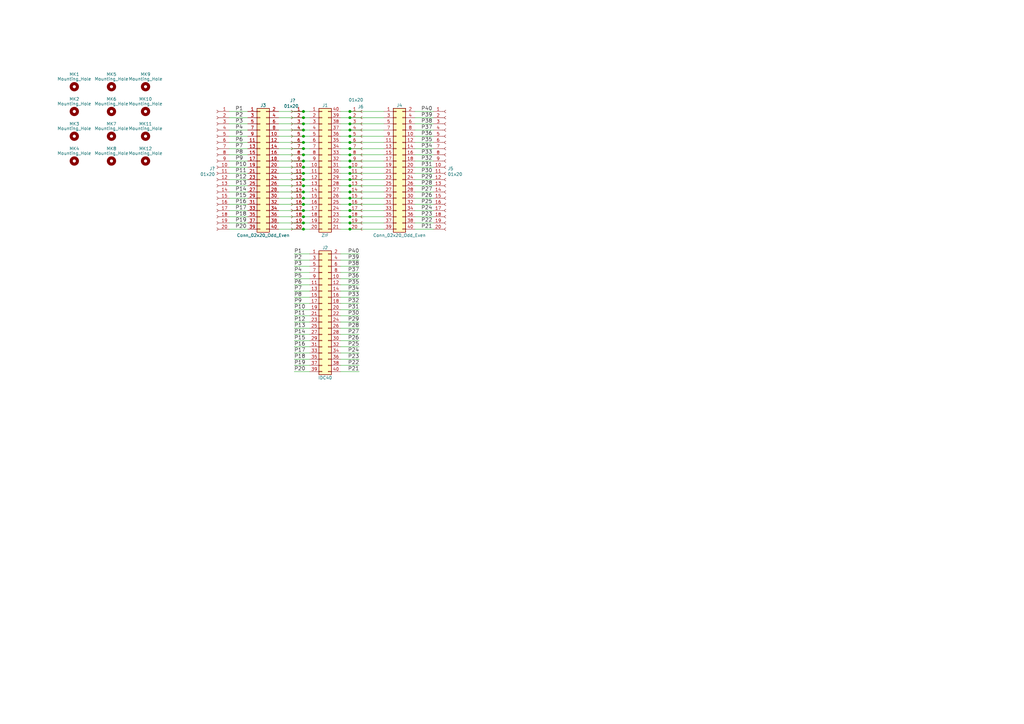
<source format=kicad_sch>
(kicad_sch (version 20201015) (generator eeschema)
  (paper "A3")
  (lib_symbols
    (symbol "Connector:Conn_01x20_Female" (pin_names (offset 1.016) hide)
      (property "Reference" "J" (at 0 25.4 0))
      (property "Value" "Conn_01x20_Female" (at 0 -27.94 0))
      (symbol "Conn_01x20_Female_1_1"
        (arc (start 0 -24.892) (end 0 -25.908) (radius (at 0 -25.4) (length 0.508) (angles 90.1 -90.1)) (stroke (width 0.1524)))
        (arc (start 0 -22.352) (end 0 -23.368) (radius (at 0 -22.86) (length 0.508) (angles 90.1 -90.1)) (stroke (width 0.1524)))
        (arc (start 0 -19.812) (end 0 -20.828) (radius (at 0 -20.32) (length 0.508) (angles 90.1 -90.1)) (stroke (width 0.1524)))
        (arc (start 0 -17.272) (end 0 -18.288) (radius (at 0 -17.78) (length 0.508) (angles 90.1 -90.1)) (stroke (width 0.1524)))
        (arc (start 0 -14.732) (end 0 -15.748) (radius (at 0 -15.24) (length 0.508) (angles 90.1 -90.1)) (stroke (width 0.1524)))
        (arc (start 0 -12.192) (end 0 -13.208) (radius (at 0 -12.7) (length 0.508) (angles 90.1 -90.1)) (stroke (width 0.1524)))
        (arc (start 0 -9.652) (end 0 -10.668) (radius (at 0 -10.16) (length 0.508) (angles 90.1 -90.1)) (stroke (width 0.1524)))
        (arc (start 0 -7.112) (end 0 -8.128) (radius (at 0 -7.62) (length 0.508) (angles 90.1 -90.1)) (stroke (width 0.1524)))
        (arc (start 0 -4.572) (end 0 -5.588) (radius (at 0 -5.08) (length 0.508) (angles 90.1 -90.1)) (stroke (width 0.1524)))
        (arc (start 0 -2.032) (end 0 -3.048) (radius (at 0 -2.54) (length 0.508) (angles 90.1 -90.1)) (stroke (width 0.1524)))
        (arc (start 0 0.508) (end 0 -0.508) (radius (at 0 0) (length 0.508) (angles 90.1 -90.1)) (stroke (width 0.1524)))
        (arc (start 0 3.048) (end 0 2.032) (radius (at 0 2.54) (length 0.508) (angles 90.1 -90.1)) (stroke (width 0.1524)))
        (arc (start 0 5.588) (end 0 4.572) (radius (at 0 5.08) (length 0.508) (angles 90.1 -90.1)) (stroke (width 0.1524)))
        (arc (start 0 8.128) (end 0 7.112) (radius (at 0 7.62) (length 0.508) (angles 90.1 -90.1)) (stroke (width 0.1524)))
        (arc (start 0 10.668) (end 0 9.652) (radius (at 0 10.16) (length 0.508) (angles 90.1 -90.1)) (stroke (width 0.1524)))
        (arc (start 0 13.208) (end 0 12.192) (radius (at 0 12.7) (length 0.508) (angles 90.1 -90.1)) (stroke (width 0.1524)))
        (arc (start 0 15.748) (end 0 14.732) (radius (at 0 15.24) (length 0.508) (angles 90.1 -90.1)) (stroke (width 0.1524)))
        (arc (start 0 18.288) (end 0 17.272) (radius (at 0 17.78) (length 0.508) (angles 90.1 -90.1)) (stroke (width 0.1524)))
        (arc (start 0 20.828) (end 0 19.812) (radius (at 0 20.32) (length 0.508) (angles 90.1 -90.1)) (stroke (width 0.1524)))
        (arc (start 0 23.368) (end 0 22.352) (radius (at 0 22.86) (length 0.508) (angles 90.1 -90.1)) (stroke (width 0.1524)))
        (polyline (pts (xy -1.27 -25.4) (xy -0.508 -25.4)) (stroke (width 0.1524)))
        (polyline (pts (xy -1.27 -22.86) (xy -0.508 -22.86)) (stroke (width 0.1524)))
        (polyline (pts (xy -1.27 -20.32) (xy -0.508 -20.32)) (stroke (width 0.1524)))
        (polyline (pts (xy -1.27 -17.78) (xy -0.508 -17.78)) (stroke (width 0.1524)))
        (polyline (pts (xy -1.27 -15.24) (xy -0.508 -15.24)) (stroke (width 0.1524)))
        (polyline (pts (xy -1.27 -12.7) (xy -0.508 -12.7)) (stroke (width 0.1524)))
        (polyline (pts (xy -1.27 -10.16) (xy -0.508 -10.16)) (stroke (width 0.1524)))
        (polyline (pts (xy -1.27 -7.62) (xy -0.508 -7.62)) (stroke (width 0.1524)))
        (polyline (pts (xy -1.27 -5.08) (xy -0.508 -5.08)) (stroke (width 0.1524)))
        (polyline (pts (xy -1.27 -2.54) (xy -0.508 -2.54)) (stroke (width 0.1524)))
        (polyline (pts (xy -1.27 0) (xy -0.508 0)) (stroke (width 0.1524)))
        (polyline (pts (xy -1.27 2.54) (xy -0.508 2.54)) (stroke (width 0.1524)))
        (polyline (pts (xy -1.27 5.08) (xy -0.508 5.08)) (stroke (width 0.1524)))
        (polyline (pts (xy -1.27 7.62) (xy -0.508 7.62)) (stroke (width 0.1524)))
        (polyline (pts (xy -1.27 10.16) (xy -0.508 10.16)) (stroke (width 0.1524)))
        (polyline (pts (xy -1.27 12.7) (xy -0.508 12.7)) (stroke (width 0.1524)))
        (polyline (pts (xy -1.27 15.24) (xy -0.508 15.24)) (stroke (width 0.1524)))
        (polyline (pts (xy -1.27 17.78) (xy -0.508 17.78)) (stroke (width 0.1524)))
        (polyline (pts (xy -1.27 20.32) (xy -0.508 20.32)) (stroke (width 0.1524)))
        (polyline (pts (xy -1.27 22.86) (xy -0.508 22.86)) (stroke (width 0.1524)))
        (pin passive line (at -5.08 22.86 0) (length 3.81) (name "Pin_1") (number "1"))
        (pin passive line (at -5.08 0 0) (length 3.81) (name "Pin_10") (number "10"))
        (pin passive line (at -5.08 -2.54 0) (length 3.81) (name "Pin_11") (number "11"))
        (pin passive line (at -5.08 -5.08 0) (length 3.81) (name "Pin_12") (number "12"))
        (pin passive line (at -5.08 -7.62 0) (length 3.81) (name "Pin_13") (number "13"))
        (pin passive line (at -5.08 -10.16 0) (length 3.81) (name "Pin_14") (number "14"))
        (pin passive line (at -5.08 -12.7 0) (length 3.81) (name "Pin_15") (number "15"))
        (pin passive line (at -5.08 -15.24 0) (length 3.81) (name "Pin_16") (number "16"))
        (pin passive line (at -5.08 -17.78 0) (length 3.81) (name "Pin_17") (number "17"))
        (pin passive line (at -5.08 -20.32 0) (length 3.81) (name "Pin_18") (number "18"))
        (pin passive line (at -5.08 -22.86 0) (length 3.81) (name "Pin_19") (number "19"))
        (pin passive line (at -5.08 20.32 0) (length 3.81) (name "Pin_2") (number "2"))
        (pin passive line (at -5.08 -25.4 0) (length 3.81) (name "Pin_20") (number "20"))
        (pin passive line (at -5.08 17.78 0) (length 3.81) (name "Pin_3") (number "3"))
        (pin passive line (at -5.08 15.24 0) (length 3.81) (name "Pin_4") (number "4"))
        (pin passive line (at -5.08 12.7 0) (length 3.81) (name "Pin_5") (number "5"))
        (pin passive line (at -5.08 10.16 0) (length 3.81) (name "Pin_6") (number "6"))
        (pin passive line (at -5.08 7.62 0) (length 3.81) (name "Pin_7") (number "7"))
        (pin passive line (at -5.08 5.08 0) (length 3.81) (name "Pin_8") (number "8"))
        (pin passive line (at -5.08 2.54 0) (length 3.81) (name "Pin_9") (number "9"))
      )
    )
    (symbol "dipext-pin_r4-rescue:Conn_02x20_Counter_Clockwise" (pin_names (offset 1.016) hide)
      (property "Reference" "J" (at 1.27 25.4 0))
      (property "Value" "Conn_02x20_Counter_Clockwise" (at 1.27 -27.94 0))
      (symbol "Conn_02x20_Counter_Clockwise_1_1"
        (rectangle (start -1.27 -25.273) (end 0 -25.527) (stroke (width 0.1524)))
        (rectangle (start -1.27 -22.733) (end 0 -22.987) (stroke (width 0.1524)))
        (rectangle (start -1.27 -20.193) (end 0 -20.447) (stroke (width 0.1524)))
        (rectangle (start -1.27 -17.653) (end 0 -17.907) (stroke (width 0.1524)))
        (rectangle (start -1.27 -15.113) (end 0 -15.367) (stroke (width 0.1524)))
        (rectangle (start -1.27 -12.573) (end 0 -12.827) (stroke (width 0.1524)))
        (rectangle (start -1.27 -10.033) (end 0 -10.287) (stroke (width 0.1524)))
        (rectangle (start -1.27 -7.493) (end 0 -7.747) (stroke (width 0.1524)))
        (rectangle (start -1.27 -4.953) (end 0 -5.207) (stroke (width 0.1524)))
        (rectangle (start -1.27 -2.413) (end 0 -2.667) (stroke (width 0.1524)))
        (rectangle (start -1.27 0.127) (end 0 -0.127) (stroke (width 0.1524)))
        (rectangle (start -1.27 2.667) (end 0 2.413) (stroke (width 0.1524)))
        (rectangle (start -1.27 5.207) (end 0 4.953) (stroke (width 0.1524)))
        (rectangle (start -1.27 7.747) (end 0 7.493) (stroke (width 0.1524)))
        (rectangle (start -1.27 10.287) (end 0 10.033) (stroke (width 0.1524)))
        (rectangle (start -1.27 12.827) (end 0 12.573) (stroke (width 0.1524)))
        (rectangle (start -1.27 15.367) (end 0 15.113) (stroke (width 0.1524)))
        (rectangle (start -1.27 17.907) (end 0 17.653) (stroke (width 0.1524)))
        (rectangle (start -1.27 20.447) (end 0 20.193) (stroke (width 0.1524)))
        (rectangle (start -1.27 22.987) (end 0 22.733) (stroke (width 0.1524)))
        (rectangle (start 3.81 -25.273) (end 2.54 -25.527) (stroke (width 0.1524)))
        (rectangle (start 3.81 -22.733) (end 2.54 -22.987) (stroke (width 0.1524)))
        (rectangle (start 3.81 -20.193) (end 2.54 -20.447) (stroke (width 0.1524)))
        (rectangle (start 3.81 -17.653) (end 2.54 -17.907) (stroke (width 0.1524)))
        (rectangle (start 3.81 -15.113) (end 2.54 -15.367) (stroke (width 0.1524)))
        (rectangle (start 3.81 -12.573) (end 2.54 -12.827) (stroke (width 0.1524)))
        (rectangle (start 3.81 -10.033) (end 2.54 -10.287) (stroke (width 0.1524)))
        (rectangle (start 3.81 -7.493) (end 2.54 -7.747) (stroke (width 0.1524)))
        (rectangle (start 3.81 -4.953) (end 2.54 -5.207) (stroke (width 0.1524)))
        (rectangle (start 3.81 -2.413) (end 2.54 -2.667) (stroke (width 0.1524)))
        (rectangle (start 3.81 0.127) (end 2.54 -0.127) (stroke (width 0.1524)))
        (rectangle (start 3.81 2.667) (end 2.54 2.413) (stroke (width 0.1524)))
        (rectangle (start 3.81 5.207) (end 2.54 4.953) (stroke (width 0.1524)))
        (rectangle (start 3.81 7.747) (end 2.54 7.493) (stroke (width 0.1524)))
        (rectangle (start 3.81 10.287) (end 2.54 10.033) (stroke (width 0.1524)))
        (rectangle (start 3.81 12.827) (end 2.54 12.573) (stroke (width 0.1524)))
        (rectangle (start 3.81 15.367) (end 2.54 15.113) (stroke (width 0.1524)))
        (rectangle (start 3.81 17.907) (end 2.54 17.653) (stroke (width 0.1524)))
        (rectangle (start 3.81 20.447) (end 2.54 20.193) (stroke (width 0.1524)))
        (rectangle (start 3.81 22.987) (end 2.54 22.733) (stroke (width 0.1524)))
        (rectangle (start -1.27 24.13) (end 3.81 -26.67) (stroke (width 0.254)) (fill (type background)))
        (pin passive line (at -5.08 22.86 0) (length 3.81) (name "Pin_1") (number "1"))
        (pin passive line (at -5.08 0 0) (length 3.81) (name "Pin_10") (number "10"))
        (pin passive line (at -5.08 -2.54 0) (length 3.81) (name "Pin_11") (number "11"))
        (pin passive line (at -5.08 -5.08 0) (length 3.81) (name "Pin_12") (number "12"))
        (pin passive line (at -5.08 -7.62 0) (length 3.81) (name "Pin_13") (number "13"))
        (pin passive line (at -5.08 -10.16 0) (length 3.81) (name "Pin_14") (number "14"))
        (pin passive line (at -5.08 -12.7 0) (length 3.81) (name "Pin_15") (number "15"))
        (pin passive line (at -5.08 -15.24 0) (length 3.81) (name "Pin_16") (number "16"))
        (pin passive line (at -5.08 -17.78 0) (length 3.81) (name "Pin_17") (number "17"))
        (pin passive line (at -5.08 -20.32 0) (length 3.81) (name "Pin_18") (number "18"))
        (pin passive line (at -5.08 -22.86 0) (length 3.81) (name "Pin_19") (number "19"))
        (pin passive line (at -5.08 20.32 0) (length 3.81) (name "Pin_2") (number "2"))
        (pin passive line (at -5.08 -25.4 0) (length 3.81) (name "Pin_20") (number "20"))
        (pin passive line (at 7.62 -25.4 180) (length 3.81) (name "Pin_21") (number "21"))
        (pin passive line (at 7.62 -22.86 180) (length 3.81) (name "Pin_22") (number "22"))
        (pin passive line (at 7.62 -20.32 180) (length 3.81) (name "Pin_23") (number "23"))
        (pin passive line (at 7.62 -17.78 180) (length 3.81) (name "Pin_24") (number "24"))
        (pin passive line (at 7.62 -15.24 180) (length 3.81) (name "Pin_25") (number "25"))
        (pin passive line (at 7.62 -12.7 180) (length 3.81) (name "Pin_26") (number "26"))
        (pin passive line (at 7.62 -10.16 180) (length 3.81) (name "Pin_27") (number "27"))
        (pin passive line (at 7.62 -7.62 180) (length 3.81) (name "Pin_28") (number "28"))
        (pin passive line (at 7.62 -5.08 180) (length 3.81) (name "Pin_29") (number "29"))
        (pin passive line (at -5.08 17.78 0) (length 3.81) (name "Pin_3") (number "3"))
        (pin passive line (at 7.62 -2.54 180) (length 3.81) (name "Pin_30") (number "30"))
        (pin passive line (at 7.62 0 180) (length 3.81) (name "Pin_31") (number "31"))
        (pin passive line (at 7.62 2.54 180) (length 3.81) (name "Pin_32") (number "32"))
        (pin passive line (at 7.62 5.08 180) (length 3.81) (name "Pin_33") (number "33"))
        (pin passive line (at 7.62 7.62 180) (length 3.81) (name "Pin_34") (number "34"))
        (pin passive line (at 7.62 10.16 180) (length 3.81) (name "Pin_35") (number "35"))
        (pin passive line (at 7.62 12.7 180) (length 3.81) (name "Pin_36") (number "36"))
        (pin passive line (at 7.62 15.24 180) (length 3.81) (name "Pin_37") (number "37"))
        (pin passive line (at 7.62 17.78 180) (length 3.81) (name "Pin_38") (number "38"))
        (pin passive line (at 7.62 20.32 180) (length 3.81) (name "Pin_39") (number "39"))
        (pin passive line (at -5.08 15.24 0) (length 3.81) (name "Pin_4") (number "4"))
        (pin passive line (at 7.62 22.86 180) (length 3.81) (name "Pin_40") (number "40"))
        (pin passive line (at -5.08 12.7 0) (length 3.81) (name "Pin_5") (number "5"))
        (pin passive line (at -5.08 10.16 0) (length 3.81) (name "Pin_6") (number "6"))
        (pin passive line (at -5.08 7.62 0) (length 3.81) (name "Pin_7") (number "7"))
        (pin passive line (at -5.08 5.08 0) (length 3.81) (name "Pin_8") (number "8"))
        (pin passive line (at -5.08 2.54 0) (length 3.81) (name "Pin_9") (number "9"))
      )
    )
    (symbol "dipext-pin_r4-rescue:Conn_02x20_Odd_Even" (pin_names (offset 1.016) hide)
      (property "Reference" "J" (at 1.27 25.4 0))
      (property "Value" "Conn_02x20_Odd_Even" (at 1.27 -27.94 0))
      (symbol "Conn_02x20_Odd_Even_1_1"
        (rectangle (start -1.27 -25.273) (end 0 -25.527) (stroke (width 0.1524)))
        (rectangle (start -1.27 -22.733) (end 0 -22.987) (stroke (width 0.1524)))
        (rectangle (start -1.27 -20.193) (end 0 -20.447) (stroke (width 0.1524)))
        (rectangle (start -1.27 -17.653) (end 0 -17.907) (stroke (width 0.1524)))
        (rectangle (start -1.27 -15.113) (end 0 -15.367) (stroke (width 0.1524)))
        (rectangle (start -1.27 -12.573) (end 0 -12.827) (stroke (width 0.1524)))
        (rectangle (start -1.27 -10.033) (end 0 -10.287) (stroke (width 0.1524)))
        (rectangle (start -1.27 -7.493) (end 0 -7.747) (stroke (width 0.1524)))
        (rectangle (start -1.27 -4.953) (end 0 -5.207) (stroke (width 0.1524)))
        (rectangle (start -1.27 -2.413) (end 0 -2.667) (stroke (width 0.1524)))
        (rectangle (start -1.27 0.127) (end 0 -0.127) (stroke (width 0.1524)))
        (rectangle (start -1.27 2.667) (end 0 2.413) (stroke (width 0.1524)))
        (rectangle (start -1.27 5.207) (end 0 4.953) (stroke (width 0.1524)))
        (rectangle (start -1.27 7.747) (end 0 7.493) (stroke (width 0.1524)))
        (rectangle (start -1.27 10.287) (end 0 10.033) (stroke (width 0.1524)))
        (rectangle (start -1.27 12.827) (end 0 12.573) (stroke (width 0.1524)))
        (rectangle (start -1.27 15.367) (end 0 15.113) (stroke (width 0.1524)))
        (rectangle (start -1.27 17.907) (end 0 17.653) (stroke (width 0.1524)))
        (rectangle (start -1.27 20.447) (end 0 20.193) (stroke (width 0.1524)))
        (rectangle (start -1.27 22.987) (end 0 22.733) (stroke (width 0.1524)))
        (rectangle (start 3.81 -25.273) (end 2.54 -25.527) (stroke (width 0.1524)))
        (rectangle (start 3.81 -22.733) (end 2.54 -22.987) (stroke (width 0.1524)))
        (rectangle (start 3.81 -20.193) (end 2.54 -20.447) (stroke (width 0.1524)))
        (rectangle (start 3.81 -17.653) (end 2.54 -17.907) (stroke (width 0.1524)))
        (rectangle (start 3.81 -15.113) (end 2.54 -15.367) (stroke (width 0.1524)))
        (rectangle (start 3.81 -12.573) (end 2.54 -12.827) (stroke (width 0.1524)))
        (rectangle (start 3.81 -10.033) (end 2.54 -10.287) (stroke (width 0.1524)))
        (rectangle (start 3.81 -7.493) (end 2.54 -7.747) (stroke (width 0.1524)))
        (rectangle (start 3.81 -4.953) (end 2.54 -5.207) (stroke (width 0.1524)))
        (rectangle (start 3.81 -2.413) (end 2.54 -2.667) (stroke (width 0.1524)))
        (rectangle (start 3.81 0.127) (end 2.54 -0.127) (stroke (width 0.1524)))
        (rectangle (start 3.81 2.667) (end 2.54 2.413) (stroke (width 0.1524)))
        (rectangle (start 3.81 5.207) (end 2.54 4.953) (stroke (width 0.1524)))
        (rectangle (start 3.81 7.747) (end 2.54 7.493) (stroke (width 0.1524)))
        (rectangle (start 3.81 10.287) (end 2.54 10.033) (stroke (width 0.1524)))
        (rectangle (start 3.81 12.827) (end 2.54 12.573) (stroke (width 0.1524)))
        (rectangle (start 3.81 15.367) (end 2.54 15.113) (stroke (width 0.1524)))
        (rectangle (start 3.81 17.907) (end 2.54 17.653) (stroke (width 0.1524)))
        (rectangle (start 3.81 20.447) (end 2.54 20.193) (stroke (width 0.1524)))
        (rectangle (start 3.81 22.987) (end 2.54 22.733) (stroke (width 0.1524)))
        (rectangle (start -1.27 24.13) (end 3.81 -26.67) (stroke (width 0.254)) (fill (type background)))
        (pin passive line (at -5.08 22.86 0) (length 3.81) (name "Pin_1") (number "1"))
        (pin passive line (at 7.62 12.7 180) (length 3.81) (name "Pin_10") (number "10"))
        (pin passive line (at -5.08 10.16 0) (length 3.81) (name "Pin_11") (number "11"))
        (pin passive line (at 7.62 10.16 180) (length 3.81) (name "Pin_12") (number "12"))
        (pin passive line (at -5.08 7.62 0) (length 3.81) (name "Pin_13") (number "13"))
        (pin passive line (at 7.62 7.62 180) (length 3.81) (name "Pin_14") (number "14"))
        (pin passive line (at -5.08 5.08 0) (length 3.81) (name "Pin_15") (number "15"))
        (pin passive line (at 7.62 5.08 180) (length 3.81) (name "Pin_16") (number "16"))
        (pin passive line (at -5.08 2.54 0) (length 3.81) (name "Pin_17") (number "17"))
        (pin passive line (at 7.62 2.54 180) (length 3.81) (name "Pin_18") (number "18"))
        (pin passive line (at -5.08 0 0) (length 3.81) (name "Pin_19") (number "19"))
        (pin passive line (at 7.62 22.86 180) (length 3.81) (name "Pin_2") (number "2"))
        (pin passive line (at 7.62 0 180) (length 3.81) (name "Pin_20") (number "20"))
        (pin passive line (at -5.08 -2.54 0) (length 3.81) (name "Pin_21") (number "21"))
        (pin passive line (at 7.62 -2.54 180) (length 3.81) (name "Pin_22") (number "22"))
        (pin passive line (at -5.08 -5.08 0) (length 3.81) (name "Pin_23") (number "23"))
        (pin passive line (at 7.62 -5.08 180) (length 3.81) (name "Pin_24") (number "24"))
        (pin passive line (at -5.08 -7.62 0) (length 3.81) (name "Pin_25") (number "25"))
        (pin passive line (at 7.62 -7.62 180) (length 3.81) (name "Pin_26") (number "26"))
        (pin passive line (at -5.08 -10.16 0) (length 3.81) (name "Pin_27") (number "27"))
        (pin passive line (at 7.62 -10.16 180) (length 3.81) (name "Pin_28") (number "28"))
        (pin passive line (at -5.08 -12.7 0) (length 3.81) (name "Pin_29") (number "29"))
        (pin passive line (at -5.08 20.32 0) (length 3.81) (name "Pin_3") (number "3"))
        (pin passive line (at 7.62 -12.7 180) (length 3.81) (name "Pin_30") (number "30"))
        (pin passive line (at -5.08 -15.24 0) (length 3.81) (name "Pin_31") (number "31"))
        (pin passive line (at 7.62 -15.24 180) (length 3.81) (name "Pin_32") (number "32"))
        (pin passive line (at -5.08 -17.78 0) (length 3.81) (name "Pin_33") (number "33"))
        (pin passive line (at 7.62 -17.78 180) (length 3.81) (name "Pin_34") (number "34"))
        (pin passive line (at -5.08 -20.32 0) (length 3.81) (name "Pin_35") (number "35"))
        (pin passive line (at 7.62 -20.32 180) (length 3.81) (name "Pin_36") (number "36"))
        (pin passive line (at -5.08 -22.86 0) (length 3.81) (name "Pin_37") (number "37"))
        (pin passive line (at 7.62 -22.86 180) (length 3.81) (name "Pin_38") (number "38"))
        (pin passive line (at -5.08 -25.4 0) (length 3.81) (name "Pin_39") (number "39"))
        (pin passive line (at 7.62 20.32 180) (length 3.81) (name "Pin_4") (number "4"))
        (pin passive line (at 7.62 -25.4 180) (length 3.81) (name "Pin_40") (number "40"))
        (pin passive line (at -5.08 17.78 0) (length 3.81) (name "Pin_5") (number "5"))
        (pin passive line (at 7.62 17.78 180) (length 3.81) (name "Pin_6") (number "6"))
        (pin passive line (at -5.08 15.24 0) (length 3.81) (name "Pin_7") (number "7"))
        (pin passive line (at 7.62 15.24 180) (length 3.81) (name "Pin_8") (number "8"))
        (pin passive line (at -5.08 12.7 0) (length 3.81) (name "Pin_9") (number "9"))
      )
    )
    (symbol "dipext-pin_r4-rescue:Mounting_Hole" (pin_names (offset 1.016))
      (property "Reference" "MK" (at 0 5.08 0))
      (property "Value" "Mounting_Hole" (at 0 3.175 0))
      (symbol "Mounting_Hole_0_1"
        (circle (center 0 0) (radius 1.27) (stroke (width 1.27)))
      )
    )
  )
  (junction (at 124.46 45.72) (diameter 1.016))
  (junction (at 124.46 48.26) (diameter 1.016))
  (junction (at 124.46 50.8) (diameter 1.016))
  (junction (at 124.46 53.34) (diameter 1.016))
  (junction (at 124.46 55.88) (diameter 1.016))
  (junction (at 124.46 58.42) (diameter 1.016))
  (junction (at 124.46 60.96) (diameter 1.016))
  (junction (at 124.46 63.5) (diameter 1.016))
  (junction (at 124.46 66.04) (diameter 1.016))
  (junction (at 124.46 68.58) (diameter 1.016))
  (junction (at 124.46 71.12) (diameter 1.016))
  (junction (at 124.46 73.66) (diameter 1.016))
  (junction (at 124.46 76.2) (diameter 1.016))
  (junction (at 124.46 78.74) (diameter 1.016))
  (junction (at 124.46 81.28) (diameter 1.016))
  (junction (at 124.46 83.82) (diameter 1.016))
  (junction (at 124.46 86.36) (diameter 1.016))
  (junction (at 124.46 88.9) (diameter 1.016))
  (junction (at 124.46 91.44) (diameter 1.016))
  (junction (at 124.46 93.98) (diameter 1.016))
  (junction (at 143.51 45.72) (diameter 1.016))
  (junction (at 143.51 48.26) (diameter 1.016))
  (junction (at 143.51 50.8) (diameter 1.016))
  (junction (at 143.51 53.34) (diameter 1.016))
  (junction (at 143.51 55.88) (diameter 1.016))
  (junction (at 143.51 58.42) (diameter 1.016))
  (junction (at 143.51 60.96) (diameter 1.016))
  (junction (at 143.51 63.5) (diameter 1.016))
  (junction (at 143.51 66.04) (diameter 1.016))
  (junction (at 143.51 68.58) (diameter 1.016))
  (junction (at 143.51 71.12) (diameter 1.016))
  (junction (at 143.51 73.66) (diameter 1.016))
  (junction (at 143.51 76.2) (diameter 1.016))
  (junction (at 143.51 78.74) (diameter 1.016))
  (junction (at 143.51 81.28) (diameter 1.016))
  (junction (at 143.51 83.82) (diameter 1.016))
  (junction (at 143.51 86.36) (diameter 1.016))
  (junction (at 143.51 88.9) (diameter 1.016))
  (junction (at 143.51 91.44) (diameter 1.016))
  (junction (at 143.51 93.98) (diameter 1.016))
  (wire (pts (xy 93.98 45.72) (xy 101.6 45.72)))
  (wire (pts (xy 93.98 48.26) (xy 101.6 48.26)))
  (wire (pts (xy 93.98 50.8) (xy 101.6 50.8)))
  (wire (pts (xy 93.98 53.34) (xy 101.6 53.34)))
  (wire (pts (xy 93.98 55.88) (xy 101.6 55.88)))
  (wire (pts (xy 93.98 58.42) (xy 101.6 58.42)))
  (wire (pts (xy 93.98 60.96) (xy 101.6 60.96)))
  (wire (pts (xy 93.98 63.5) (xy 101.6 63.5)))
  (wire (pts (xy 93.98 66.04) (xy 101.6 66.04)))
  (wire (pts (xy 93.98 68.58) (xy 101.6 68.58)))
  (wire (pts (xy 93.98 71.12) (xy 101.6 71.12)))
  (wire (pts (xy 93.98 73.66) (xy 101.6 73.66)))
  (wire (pts (xy 93.98 76.2) (xy 101.6 76.2)))
  (wire (pts (xy 93.98 78.74) (xy 101.6 78.74)))
  (wire (pts (xy 93.98 81.28) (xy 101.6 81.28)))
  (wire (pts (xy 93.98 83.82) (xy 101.6 83.82)))
  (wire (pts (xy 93.98 86.36) (xy 101.6 86.36)))
  (wire (pts (xy 93.98 88.9) (xy 101.6 88.9)))
  (wire (pts (xy 93.98 91.44) (xy 101.6 91.44)))
  (wire (pts (xy 93.98 93.98) (xy 101.6 93.98)))
  (wire (pts (xy 114.3 45.72) (xy 124.46 45.72)))
  (wire (pts (xy 114.3 48.26) (xy 124.46 48.26)))
  (wire (pts (xy 114.3 50.8) (xy 124.46 50.8)))
  (wire (pts (xy 114.3 53.34) (xy 124.46 53.34)))
  (wire (pts (xy 114.3 55.88) (xy 124.46 55.88)))
  (wire (pts (xy 114.3 58.42) (xy 124.46 58.42)))
  (wire (pts (xy 114.3 60.96) (xy 124.46 60.96)))
  (wire (pts (xy 114.3 63.5) (xy 124.46 63.5)))
  (wire (pts (xy 114.3 66.04) (xy 124.46 66.04)))
  (wire (pts (xy 114.3 68.58) (xy 124.46 68.58)))
  (wire (pts (xy 114.3 71.12) (xy 124.46 71.12)))
  (wire (pts (xy 114.3 73.66) (xy 124.46 73.66)))
  (wire (pts (xy 114.3 76.2) (xy 124.46 76.2)))
  (wire (pts (xy 114.3 78.74) (xy 124.46 78.74)))
  (wire (pts (xy 114.3 81.28) (xy 124.46 81.28)))
  (wire (pts (xy 114.3 83.82) (xy 124.46 83.82)))
  (wire (pts (xy 114.3 86.36) (xy 124.46 86.36)))
  (wire (pts (xy 114.3 88.9) (xy 124.46 88.9)))
  (wire (pts (xy 114.3 91.44) (xy 124.46 91.44)))
  (wire (pts (xy 114.3 93.98) (xy 124.46 93.98)))
  (wire (pts (xy 120.65 104.14) (xy 127 104.14)))
  (wire (pts (xy 120.65 106.68) (xy 127 106.68)))
  (wire (pts (xy 120.65 109.22) (xy 127 109.22)))
  (wire (pts (xy 120.65 111.76) (xy 127 111.76)))
  (wire (pts (xy 120.65 114.3) (xy 127 114.3)))
  (wire (pts (xy 120.65 116.84) (xy 127 116.84)))
  (wire (pts (xy 120.65 119.38) (xy 127 119.38)))
  (wire (pts (xy 120.65 121.92) (xy 127 121.92)))
  (wire (pts (xy 120.65 124.46) (xy 127 124.46)))
  (wire (pts (xy 120.65 127) (xy 127 127)))
  (wire (pts (xy 120.65 129.54) (xy 127 129.54)))
  (wire (pts (xy 120.65 132.08) (xy 127 132.08)))
  (wire (pts (xy 120.65 134.62) (xy 127 134.62)))
  (wire (pts (xy 120.65 137.16) (xy 127 137.16)))
  (wire (pts (xy 120.65 139.7) (xy 127 139.7)))
  (wire (pts (xy 120.65 142.24) (xy 127 142.24)))
  (wire (pts (xy 120.65 144.78) (xy 127 144.78)))
  (wire (pts (xy 120.65 147.32) (xy 127 147.32)))
  (wire (pts (xy 120.65 149.86) (xy 127 149.86)))
  (wire (pts (xy 120.65 152.4) (xy 127 152.4)))
  (wire (pts (xy 124.46 45.72) (xy 127 45.72)))
  (wire (pts (xy 124.46 48.26) (xy 127 48.26)))
  (wire (pts (xy 124.46 50.8) (xy 127 50.8)))
  (wire (pts (xy 124.46 53.34) (xy 127 53.34)))
  (wire (pts (xy 124.46 55.88) (xy 127 55.88)))
  (wire (pts (xy 124.46 58.42) (xy 127 58.42)))
  (wire (pts (xy 124.46 60.96) (xy 127 60.96)))
  (wire (pts (xy 124.46 63.5) (xy 127 63.5)))
  (wire (pts (xy 124.46 66.04) (xy 127 66.04)))
  (wire (pts (xy 124.46 68.58) (xy 127 68.58)))
  (wire (pts (xy 124.46 71.12) (xy 127 71.12)))
  (wire (pts (xy 124.46 73.66) (xy 127 73.66)))
  (wire (pts (xy 124.46 76.2) (xy 127 76.2)))
  (wire (pts (xy 124.46 78.74) (xy 127 78.74)))
  (wire (pts (xy 124.46 81.28) (xy 127 81.28)))
  (wire (pts (xy 124.46 83.82) (xy 127 83.82)))
  (wire (pts (xy 124.46 86.36) (xy 127 86.36)))
  (wire (pts (xy 124.46 88.9) (xy 127 88.9)))
  (wire (pts (xy 124.46 91.44) (xy 127 91.44)))
  (wire (pts (xy 124.46 93.98) (xy 127 93.98)))
  (wire (pts (xy 139.7 45.72) (xy 143.51 45.72)))
  (wire (pts (xy 139.7 48.26) (xy 143.51 48.26)))
  (wire (pts (xy 139.7 50.8) (xy 143.51 50.8)))
  (wire (pts (xy 139.7 53.34) (xy 143.51 53.34)))
  (wire (pts (xy 139.7 55.88) (xy 143.51 55.88)))
  (wire (pts (xy 139.7 58.42) (xy 143.51 58.42)))
  (wire (pts (xy 139.7 60.96) (xy 143.51 60.96)))
  (wire (pts (xy 139.7 63.5) (xy 143.51 63.5)))
  (wire (pts (xy 139.7 66.04) (xy 143.51 66.04)))
  (wire (pts (xy 139.7 68.58) (xy 143.51 68.58)))
  (wire (pts (xy 139.7 71.12) (xy 143.51 71.12)))
  (wire (pts (xy 139.7 73.66) (xy 143.51 73.66)))
  (wire (pts (xy 139.7 76.2) (xy 143.51 76.2)))
  (wire (pts (xy 139.7 78.74) (xy 143.51 78.74)))
  (wire (pts (xy 139.7 81.28) (xy 143.51 81.28)))
  (wire (pts (xy 139.7 83.82) (xy 143.51 83.82)))
  (wire (pts (xy 139.7 86.36) (xy 143.51 86.36)))
  (wire (pts (xy 139.7 88.9) (xy 143.51 88.9)))
  (wire (pts (xy 139.7 91.44) (xy 143.51 91.44)))
  (wire (pts (xy 139.7 93.98) (xy 143.51 93.98)))
  (wire (pts (xy 139.7 104.14) (xy 147.32 104.14)))
  (wire (pts (xy 139.7 106.68) (xy 147.32 106.68)))
  (wire (pts (xy 139.7 109.22) (xy 147.32 109.22)))
  (wire (pts (xy 139.7 111.76) (xy 147.32 111.76)))
  (wire (pts (xy 139.7 114.3) (xy 147.32 114.3)))
  (wire (pts (xy 139.7 116.84) (xy 147.32 116.84)))
  (wire (pts (xy 139.7 119.38) (xy 147.32 119.38)))
  (wire (pts (xy 139.7 121.92) (xy 147.32 121.92)))
  (wire (pts (xy 139.7 124.46) (xy 147.32 124.46)))
  (wire (pts (xy 139.7 127) (xy 147.32 127)))
  (wire (pts (xy 139.7 129.54) (xy 147.32 129.54)))
  (wire (pts (xy 139.7 132.08) (xy 147.32 132.08)))
  (wire (pts (xy 139.7 134.62) (xy 147.32 134.62)))
  (wire (pts (xy 139.7 137.16) (xy 147.32 137.16)))
  (wire (pts (xy 139.7 139.7) (xy 147.32 139.7)))
  (wire (pts (xy 139.7 142.24) (xy 147.32 142.24)))
  (wire (pts (xy 139.7 144.78) (xy 147.32 144.78)))
  (wire (pts (xy 139.7 147.32) (xy 147.32 147.32)))
  (wire (pts (xy 139.7 149.86) (xy 147.32 149.86)))
  (wire (pts (xy 139.7 152.4) (xy 147.32 152.4)))
  (wire (pts (xy 143.51 45.72) (xy 157.48 45.72)))
  (wire (pts (xy 143.51 48.26) (xy 157.48 48.26)))
  (wire (pts (xy 143.51 50.8) (xy 157.48 50.8)))
  (wire (pts (xy 143.51 53.34) (xy 157.48 53.34)))
  (wire (pts (xy 143.51 55.88) (xy 157.48 55.88)))
  (wire (pts (xy 143.51 58.42) (xy 157.48 58.42)))
  (wire (pts (xy 143.51 60.96) (xy 157.48 60.96)))
  (wire (pts (xy 143.51 63.5) (xy 157.48 63.5)))
  (wire (pts (xy 143.51 66.04) (xy 157.48 66.04)))
  (wire (pts (xy 143.51 68.58) (xy 157.48 68.58)))
  (wire (pts (xy 143.51 71.12) (xy 157.48 71.12)))
  (wire (pts (xy 143.51 73.66) (xy 157.48 73.66)))
  (wire (pts (xy 143.51 76.2) (xy 157.48 76.2)))
  (wire (pts (xy 143.51 78.74) (xy 157.48 78.74)))
  (wire (pts (xy 143.51 81.28) (xy 157.48 81.28)))
  (wire (pts (xy 143.51 83.82) (xy 157.48 83.82)))
  (wire (pts (xy 143.51 86.36) (xy 157.48 86.36)))
  (wire (pts (xy 143.51 88.9) (xy 157.48 88.9)))
  (wire (pts (xy 143.51 91.44) (xy 157.48 91.44)))
  (wire (pts (xy 143.51 93.98) (xy 157.48 93.98)))
  (wire (pts (xy 170.18 45.72) (xy 177.8 45.72)))
  (wire (pts (xy 170.18 48.26) (xy 177.8 48.26)))
  (wire (pts (xy 170.18 50.8) (xy 177.8 50.8)))
  (wire (pts (xy 170.18 53.34) (xy 177.8 53.34)))
  (wire (pts (xy 170.18 55.88) (xy 177.8 55.88)))
  (wire (pts (xy 170.18 58.42) (xy 177.8 58.42)))
  (wire (pts (xy 170.18 60.96) (xy 177.8 60.96)))
  (wire (pts (xy 170.18 63.5) (xy 177.8 63.5)))
  (wire (pts (xy 170.18 66.04) (xy 177.8 66.04)))
  (wire (pts (xy 170.18 68.58) (xy 177.8 68.58)))
  (wire (pts (xy 170.18 71.12) (xy 177.8 71.12)))
  (wire (pts (xy 170.18 73.66) (xy 177.8 73.66)))
  (wire (pts (xy 170.18 76.2) (xy 177.8 76.2)))
  (wire (pts (xy 170.18 78.74) (xy 177.8 78.74)))
  (wire (pts (xy 170.18 81.28) (xy 177.8 81.28)))
  (wire (pts (xy 170.18 83.82) (xy 177.8 83.82)))
  (wire (pts (xy 170.18 86.36) (xy 177.8 86.36)))
  (wire (pts (xy 170.18 88.9) (xy 177.8 88.9)))
  (wire (pts (xy 170.18 91.44) (xy 177.8 91.44)))
  (wire (pts (xy 170.18 93.98) (xy 177.8 93.98)))
  (label "P1" (at 96.52 45.72 0) (effects (font (size 1.524 1.524))))
  (label "P2" (at 96.52 48.26 0) (effects (font (size 1.524 1.524))))
  (label "P3" (at 96.52 50.8 0) (effects (font (size 1.524 1.524))))
  (label "P4" (at 96.52 53.34 0) (effects (font (size 1.524 1.524))))
  (label "P5" (at 96.52 55.88 0) (effects (font (size 1.524 1.524))))
  (label "P6" (at 96.52 58.42 0) (effects (font (size 1.524 1.524))))
  (label "P7" (at 96.52 60.96 0) (effects (font (size 1.524 1.524))))
  (label "P8" (at 96.52 63.5 0) (effects (font (size 1.524 1.524))))
  (label "P9" (at 96.52 66.04 0) (effects (font (size 1.524 1.524))))
  (label "P10" (at 96.52 68.58 0) (effects (font (size 1.524 1.524))))
  (label "P11" (at 96.52 71.12 0) (effects (font (size 1.524 1.524))))
  (label "P12" (at 96.52 73.66 0) (effects (font (size 1.524 1.524))))
  (label "P13" (at 96.52 76.2 0) (effects (font (size 1.524 1.524))))
  (label "P14" (at 96.52 78.74 0) (effects (font (size 1.524 1.524))))
  (label "P15" (at 96.52 81.28 0) (effects (font (size 1.524 1.524))))
  (label "P16" (at 96.52 83.82 0) (effects (font (size 1.524 1.524))))
  (label "P17" (at 96.52 86.36 0) (effects (font (size 1.524 1.524))))
  (label "P18" (at 96.52 88.9 0) (effects (font (size 1.524 1.524))))
  (label "P19" (at 96.52 91.44 0) (effects (font (size 1.524 1.524))))
  (label "P20" (at 96.52 93.98 0) (effects (font (size 1.524 1.524))))
  (label "P1" (at 120.65 104.14 0) (effects (font (size 1.524 1.524))))
  (label "P2" (at 120.65 106.68 0) (effects (font (size 1.524 1.524))))
  (label "P3" (at 120.65 109.22 0) (effects (font (size 1.524 1.524))))
  (label "P4" (at 120.65 111.76 0) (effects (font (size 1.524 1.524))))
  (label "P5" (at 120.65 114.3 0) (effects (font (size 1.524 1.524))))
  (label "P6" (at 120.65 116.84 0) (effects (font (size 1.524 1.524))))
  (label "P7" (at 120.65 119.38 0) (effects (font (size 1.524 1.524))))
  (label "P8" (at 120.65 121.92 0) (effects (font (size 1.524 1.524))))
  (label "P9" (at 120.65 124.46 0) (effects (font (size 1.524 1.524))))
  (label "P10" (at 120.65 127 0) (effects (font (size 1.524 1.524))))
  (label "P11" (at 120.65 129.54 0) (effects (font (size 1.524 1.524))))
  (label "P12" (at 120.65 132.08 0) (effects (font (size 1.524 1.524))))
  (label "P13" (at 120.65 134.62 0) (effects (font (size 1.524 1.524))))
  (label "P14" (at 120.65 137.16 0) (effects (font (size 1.524 1.524))))
  (label "P15" (at 120.65 139.7 0) (effects (font (size 1.524 1.524))))
  (label "P16" (at 120.65 142.24 0) (effects (font (size 1.524 1.524))))
  (label "P17" (at 120.65 144.78 0) (effects (font (size 1.524 1.524))))
  (label "P18" (at 120.65 147.32 0) (effects (font (size 1.524 1.524))))
  (label "P19" (at 120.65 149.86 0) (effects (font (size 1.524 1.524))))
  (label "P20" (at 120.65 152.4 0) (effects (font (size 1.524 1.524))))
  (label "P40" (at 147.32 104.14 180) (effects (font (size 1.524 1.524))))
  (label "P39" (at 147.32 106.68 180) (effects (font (size 1.524 1.524))))
  (label "P38" (at 147.32 109.22 180) (effects (font (size 1.524 1.524))))
  (label "P37" (at 147.32 111.76 180) (effects (font (size 1.524 1.524))))
  (label "P36" (at 147.32 114.3 180) (effects (font (size 1.524 1.524))))
  (label "P35" (at 147.32 116.84 180) (effects (font (size 1.524 1.524))))
  (label "P34" (at 147.32 119.38 180) (effects (font (size 1.524 1.524))))
  (label "P33" (at 147.32 121.92 180) (effects (font (size 1.524 1.524))))
  (label "P32" (at 147.32 124.46 180) (effects (font (size 1.524 1.524))))
  (label "P31" (at 147.32 127 180) (effects (font (size 1.524 1.524))))
  (label "P30" (at 147.32 129.54 180) (effects (font (size 1.524 1.524))))
  (label "P29" (at 147.32 132.08 180) (effects (font (size 1.524 1.524))))
  (label "P28" (at 147.32 134.62 180) (effects (font (size 1.524 1.524))))
  (label "P27" (at 147.32 137.16 180) (effects (font (size 1.524 1.524))))
  (label "P26" (at 147.32 139.7 180) (effects (font (size 1.524 1.524))))
  (label "P25" (at 147.32 142.24 180) (effects (font (size 1.524 1.524))))
  (label "P24" (at 147.32 144.78 180) (effects (font (size 1.524 1.524))))
  (label "P23" (at 147.32 147.32 180) (effects (font (size 1.524 1.524))))
  (label "P22" (at 147.32 149.86 180) (effects (font (size 1.524 1.524))))
  (label "P21" (at 147.32 152.4 180) (effects (font (size 1.524 1.524))))
  (label "P40" (at 172.72 45.72 0) (effects (font (size 1.524 1.524))))
  (label "P39" (at 172.72 48.26 0) (effects (font (size 1.524 1.524))))
  (label "P38" (at 172.72 50.8 0) (effects (font (size 1.524 1.524))))
  (label "P37" (at 172.72 53.34 0) (effects (font (size 1.524 1.524))))
  (label "P36" (at 172.72 55.88 0) (effects (font (size 1.524 1.524))))
  (label "P35" (at 172.72 58.42 0) (effects (font (size 1.524 1.524))))
  (label "P34" (at 172.72 60.96 0) (effects (font (size 1.524 1.524))))
  (label "P33" (at 172.72 63.5 0) (effects (font (size 1.524 1.524))))
  (label "P32" (at 172.72 66.04 0) (effects (font (size 1.524 1.524))))
  (label "P31" (at 172.72 68.58 0) (effects (font (size 1.524 1.524))))
  (label "P30" (at 172.72 71.12 0) (effects (font (size 1.524 1.524))))
  (label "P29" (at 172.72 73.66 0) (effects (font (size 1.524 1.524))))
  (label "P28" (at 172.72 76.2 0) (effects (font (size 1.524 1.524))))
  (label "P27" (at 172.72 78.74 0) (effects (font (size 1.524 1.524))))
  (label "P26" (at 172.72 81.28 0) (effects (font (size 1.524 1.524))))
  (label "P25" (at 172.72 83.82 0) (effects (font (size 1.524 1.524))))
  (label "P24" (at 172.72 86.36 0) (effects (font (size 1.524 1.524))))
  (label "P23" (at 172.72 88.9 0) (effects (font (size 1.524 1.524))))
  (label "P22" (at 172.72 91.44 0) (effects (font (size 1.524 1.524))))
  (label "P21" (at 172.72 93.98 0) (effects (font (size 1.524 1.524))))
  (symbol (lib_id "dipext-pin_r4-rescue:Mounting_Hole") (at 30.48 35.56 0) (unit 1)
    (property "Reference" "MK1" (at 30.48 30.48 0))
    (property "Value" "Mounting_Hole" (at 30.48 32.385 0))
    (property "Footprint" "Mounting_Holes:MountingHole_8.4mm_M8" (effects hide))
  )
  (symbol (lib_id "dipext-pin_r4-rescue:Mounting_Hole") (at 30.48 45.72 0) (unit 1)
    (property "Reference" "MK2" (at 30.48 40.64 0))
    (property "Value" "Mounting_Hole" (at 30.48 42.545 0))
    (property "Footprint" "Mounting_Holes:MountingHole_8.4mm_M8" (effects hide))
  )
  (symbol (lib_id "dipext-pin_r4-rescue:Mounting_Hole") (at 30.48 55.88 0) (unit 1)
    (property "Reference" "MK3" (at 30.48 50.8 0))
    (property "Value" "Mounting_Hole" (at 30.48 52.705 0))
    (property "Footprint" "Mounting_Holes:MountingHole_8.4mm_M8" (effects hide))
  )
  (symbol (lib_id "dipext-pin_r4-rescue:Mounting_Hole") (at 30.48 66.04 0) (unit 1)
    (property "Reference" "MK4" (at 30.48 60.96 0))
    (property "Value" "Mounting_Hole" (at 30.48 62.865 0))
    (property "Footprint" "Mounting_Holes:MountingHole_8.4mm_M8" (effects hide))
  )
  (symbol (lib_id "dipext-pin_r4-rescue:Mounting_Hole") (at 45.72 35.56 0) (unit 1)
    (property "Reference" "MK5" (at 45.72 30.48 0))
    (property "Value" "Mounting_Hole" (at 45.72 32.385 0))
    (property "Footprint" "Mounting_Holes:MountingHole_8.4mm_M8" (effects hide))
  )
  (symbol (lib_id "dipext-pin_r4-rescue:Mounting_Hole") (at 45.72 45.72 0) (unit 1)
    (property "Reference" "MK6" (at 45.72 40.64 0))
    (property "Value" "Mounting_Hole" (at 45.72 42.545 0))
    (property "Footprint" "Mounting_Holes:MountingHole_8.4mm_M8" (effects hide))
  )
  (symbol (lib_id "dipext-pin_r4-rescue:Mounting_Hole") (at 45.72 55.88 0) (unit 1)
    (property "Reference" "MK7" (at 45.72 50.8 0))
    (property "Value" "Mounting_Hole" (at 45.72 52.705 0))
    (property "Footprint" "Mounting_Holes:MountingHole_8.4mm_M8" (effects hide))
  )
  (symbol (lib_id "dipext-pin_r4-rescue:Mounting_Hole") (at 45.72 66.04 0) (unit 1)
    (property "Reference" "MK8" (at 45.72 60.96 0))
    (property "Value" "Mounting_Hole" (at 45.72 62.865 0))
    (property "Footprint" "Mounting_Holes:MountingHole_8.4mm_M8" (effects hide))
  )
  (symbol (lib_id "dipext-pin_r4-rescue:Mounting_Hole") (at 59.69 35.56 0) (unit 1)
    (property "Reference" "MK9" (at 59.69 30.48 0))
    (property "Value" "Mounting_Hole" (at 59.69 32.385 0))
    (property "Footprint" "Mounting_Holes:MountingHole_8.4mm_M8" (effects hide))
  )
  (symbol (lib_id "dipext-pin_r4-rescue:Mounting_Hole") (at 59.69 45.72 0) (unit 1)
    (property "Reference" "MK10" (at 59.69 40.64 0))
    (property "Value" "Mounting_Hole" (at 59.69 42.545 0))
    (property "Footprint" "Mounting_Holes:MountingHole_8.4mm_M8" (effects hide))
  )
  (symbol (lib_id "dipext-pin_r4-rescue:Mounting_Hole") (at 59.69 55.88 0) (unit 1)
    (property "Reference" "MK11" (at 59.69 50.8 0))
    (property "Value" "Mounting_Hole" (at 59.69 52.705 0))
    (property "Footprint" "Mounting_Holes:MountingHole_8.4mm_M8" (effects hide))
  )
  (symbol (lib_id "dipext-pin_r4-rescue:Mounting_Hole") (at 59.69 66.04 0) (unit 1)
    (property "Reference" "MK12" (at 59.69 60.96 0))
    (property "Value" "Mounting_Hole" (at 59.69 62.865 0))
    (property "Footprint" "Mounting_Holes:MountingHole_8.4mm_M8" (effects hide))
  )
  (symbol (lib_id "Connector:Conn_01x20_Female") (at 88.9 68.58 0) (mirror y) (unit 1)
    (property "Reference" "J?" (at 88.1887 69.1578 0) (effects (justify left)))
    (property "Value" "01x20" (at 88.189 71.456 0) (effects (justify left)))
    (property "Footprint" "Connector_PinHeader_2.54mm:PinHeader_1x20_P2.54mm_Vertical" (effects hide))
  )
  (symbol (lib_id "Connector:Conn_01x20_Female") (at 119.38 68.58 0) (mirror y) (unit 1)
    (property "Reference" "J?" (at 121.2087 41.2178 0) (effects (justify left)))
    (property "Value" "01x20" (at 122.479 43.516 0) (effects (justify left)))
    (property "Footprint" "Connector_PinHeader_2.54mm:PinHeader_1x20_P2.54mm_Vertical" (effects hide))
  )
  (symbol (lib_id "Connector:Conn_01x20_Female") (at 148.59 68.58 0) (unit 1)
    (property "Reference" "J6" (at 146.7613 43.7578 0) (effects (justify left)))
    (property "Value" "01x20" (at 142.951 40.976 0) (effects (justify left)))
    (property "Footprint" "Connector_PinHeader_2.54mm:PinHeader_1x20_P2.54mm_Vertical" (effects hide))
  )
  (symbol (lib_id "Connector:Conn_01x20_Female") (at 182.88 68.58 0) (unit 1)
    (property "Reference" "J5" (at 183.5913 69.1578 0) (effects (justify left)))
    (property "Value" "01x20" (at 183.591 71.456 0) (effects (justify left)))
    (property "Footprint" "Connector_PinHeader_2.54mm:PinHeader_1x20_P2.54mm_Vertical" (effects hide))
  )
  (symbol (lib_id "dipext-pin_r4-rescue:Conn_02x20_Odd_Even") (at 106.68 68.58 0) (unit 1)
    (property "Reference" "J3" (at 107.95 43.18 0))
    (property "Value" "Conn_02x20_Odd_Even" (at 107.95 96.52 0))
    (property "Footprint" "Pin_Headers:Pin_Header_Straight_2x20_Pitch2.54mm" (effects hide))
  )
  (symbol (lib_id "dipext-pin_r4-rescue:Conn_02x20_Counter_Clockwise") (at 132.08 68.58 0) (unit 1)
    (property "Reference" "J1" (at 133.35 43.18 0))
    (property "Value" "ZIF" (at 133.35 96.52 0))
    (property "Footprint" "lib:aries_40-6554-10_DIP-40_W15.24mm_ZIF" (effects hide))
  )
  (symbol (lib_id "dipext-pin_r4-rescue:Conn_02x20_Odd_Even") (at 132.08 127 0) (unit 1)
    (property "Reference" "J2" (at 133.35 101.6 0))
    (property "Value" "IDC40" (at 133.35 154.94 0))
    (property "Footprint" "Connectors_IDC:IDC-Header_2x20_Pitch2.54mm_Straight" (effects hide))
  )
  (symbol (lib_id "dipext-pin_r4-rescue:Conn_02x20_Odd_Even") (at 162.56 68.58 0) (unit 1)
    (property "Reference" "J4" (at 163.83 43.18 0))
    (property "Value" "Conn_02x20_Odd_Even" (at 163.83 96.52 0))
    (property "Footprint" "Pin_Headers:Pin_Header_Straight_2x20_Pitch2.54mm" (effects hide))
  )
)
</source>
